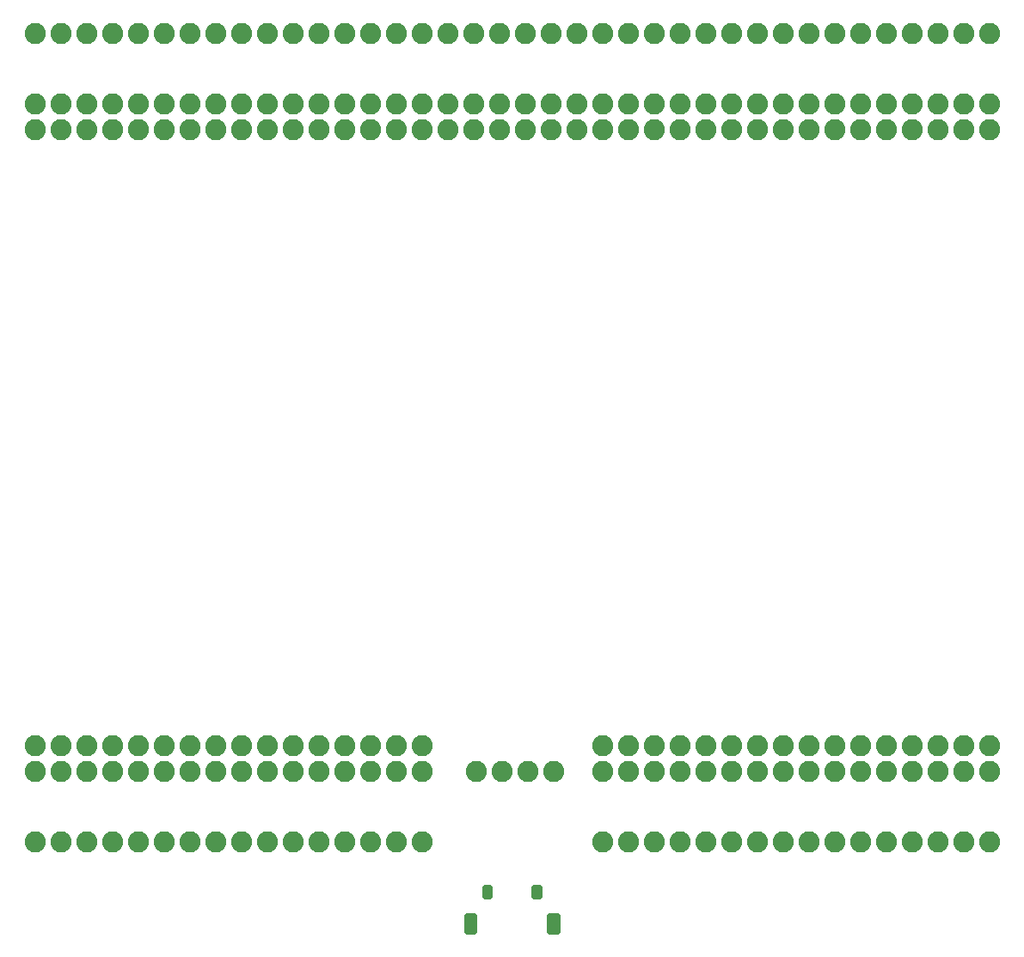
<source format=gbs>
G04 #@! TF.FileFunction,Soldermask,Bot*
%FSLAX46Y46*%
G04 Gerber Fmt 4.6, Leading zero omitted, Abs format (unit mm)*
G04 Created by KiCad (PCBNEW 0.201511251016+6329~38~ubuntu15.10.1-stable) date tis  1 dec 2015 15:17:35*
%MOMM*%
G01*
G04 APERTURE LIST*
%ADD10C,0.149860*%
%ADD11C,0.500000*%
%ADD12C,2.082800*%
G04 APERTURE END LIST*
D10*
D11*
G36*
X73505000Y-121321250D02*
X73505000Y-120361250D01*
X74045000Y-120361250D01*
X74045000Y-121321250D01*
X73505000Y-121321250D01*
G37*
X73505000Y-121321250D02*
X73505000Y-120361250D01*
X74045000Y-120361250D01*
X74045000Y-121321250D01*
X73505000Y-121321250D01*
G36*
X71700000Y-124721250D02*
X71700000Y-123121250D01*
X72500000Y-123121250D01*
X72500000Y-124721250D01*
X71700000Y-124721250D01*
G37*
X71700000Y-124721250D02*
X71700000Y-123121250D01*
X72500000Y-123121250D01*
X72500000Y-124721250D01*
X71700000Y-124721250D01*
G36*
X78895000Y-121321250D02*
X78895000Y-120361250D01*
X78355000Y-120361250D01*
X78355000Y-121321250D01*
X78895000Y-121321250D01*
G37*
X78895000Y-121321250D02*
X78895000Y-120361250D01*
X78355000Y-120361250D01*
X78355000Y-121321250D01*
X78895000Y-121321250D01*
G36*
X80700000Y-124721250D02*
X80700000Y-123121250D01*
X79900000Y-123121250D01*
X79900000Y-124721250D01*
X80700000Y-124721250D01*
G37*
X80700000Y-124721250D02*
X80700000Y-123121250D01*
X79900000Y-123121250D01*
X79900000Y-124721250D01*
X80700000Y-124721250D01*
D12*
X67310000Y-108902500D03*
X67310000Y-106362500D03*
X64770000Y-108902500D03*
X64770000Y-106362500D03*
X62230000Y-108902500D03*
X62230000Y-106362500D03*
X59690000Y-108902500D03*
X59690000Y-106362500D03*
X57150000Y-108902500D03*
X57150000Y-106362500D03*
X54610000Y-108902500D03*
X54610000Y-106362500D03*
X52070000Y-108902500D03*
X52070000Y-106362500D03*
X49530000Y-108902500D03*
X49530000Y-106362500D03*
X46990000Y-108902500D03*
X46990000Y-106362500D03*
X44450000Y-108902500D03*
X44450000Y-106362500D03*
X41910000Y-108902500D03*
X41910000Y-106362500D03*
X39370000Y-108902500D03*
X39370000Y-106362500D03*
X36830000Y-108902500D03*
X36830000Y-106362500D03*
X34290000Y-108902500D03*
X34290000Y-106362500D03*
X31750000Y-108902500D03*
X31750000Y-106362500D03*
X29210000Y-108902500D03*
X29210000Y-106362500D03*
X67310000Y-115887500D03*
X64770000Y-115887500D03*
X62230000Y-115887500D03*
X59690000Y-115887500D03*
X57150000Y-115887500D03*
X54610000Y-115887500D03*
X52070000Y-115887500D03*
X49530000Y-115887500D03*
X46990000Y-115887500D03*
X44450000Y-115887500D03*
X41910000Y-115887500D03*
X39370000Y-115887500D03*
X36830000Y-115887500D03*
X34290000Y-115887500D03*
X31750000Y-115887500D03*
X29210000Y-115887500D03*
X85090000Y-43180000D03*
X85090000Y-45720000D03*
X87630000Y-43180000D03*
X87630000Y-45720000D03*
X90170000Y-43180000D03*
X90170000Y-45720000D03*
X92710000Y-43180000D03*
X92710000Y-45720000D03*
X95250000Y-43180000D03*
X95250000Y-45720000D03*
X97790000Y-43180000D03*
X97790000Y-45720000D03*
X100330000Y-43180000D03*
X100330000Y-45720000D03*
X102870000Y-43180000D03*
X102870000Y-45720000D03*
X105410000Y-43180000D03*
X105410000Y-45720000D03*
X107950000Y-43180000D03*
X107950000Y-45720000D03*
X110490000Y-43180000D03*
X110490000Y-45720000D03*
X113030000Y-43180000D03*
X113030000Y-45720000D03*
X115570000Y-43180000D03*
X115570000Y-45720000D03*
X118110000Y-43180000D03*
X118110000Y-45720000D03*
X120650000Y-43180000D03*
X120650000Y-45720000D03*
X123190000Y-43180000D03*
X123190000Y-45720000D03*
X85090000Y-36195000D03*
X87630000Y-36195000D03*
X90170000Y-36195000D03*
X92710000Y-36195000D03*
X95250000Y-36195000D03*
X97790000Y-36195000D03*
X100330000Y-36195000D03*
X102870000Y-36195000D03*
X105410000Y-36195000D03*
X107950000Y-36195000D03*
X110490000Y-36195000D03*
X113030000Y-36195000D03*
X115570000Y-36195000D03*
X118110000Y-36195000D03*
X120650000Y-36195000D03*
X123190000Y-36195000D03*
X123190000Y-108902500D03*
X123190000Y-106362500D03*
X120650000Y-108902500D03*
X120650000Y-106362500D03*
X118110000Y-108902500D03*
X118110000Y-106362500D03*
X115570000Y-108902500D03*
X115570000Y-106362500D03*
X113030000Y-108902500D03*
X113030000Y-106362500D03*
X110490000Y-108902500D03*
X110490000Y-106362500D03*
X107950000Y-108902500D03*
X107950000Y-106362500D03*
X105410000Y-108902500D03*
X105410000Y-106362500D03*
X102870000Y-108902500D03*
X102870000Y-106362500D03*
X100330000Y-108902500D03*
X100330000Y-106362500D03*
X97790000Y-108902500D03*
X97790000Y-106362500D03*
X95250000Y-108902500D03*
X95250000Y-106362500D03*
X92710000Y-108902500D03*
X92710000Y-106362500D03*
X90170000Y-108902500D03*
X90170000Y-106362500D03*
X87630000Y-108902500D03*
X87630000Y-106362500D03*
X85090000Y-108902500D03*
X85090000Y-106362500D03*
X123190000Y-115887500D03*
X120650000Y-115887500D03*
X118110000Y-115887500D03*
X115570000Y-115887500D03*
X113030000Y-115887500D03*
X110490000Y-115887500D03*
X107950000Y-115887500D03*
X105410000Y-115887500D03*
X102870000Y-115887500D03*
X100330000Y-115887500D03*
X97790000Y-115887500D03*
X95250000Y-115887500D03*
X92710000Y-115887500D03*
X90170000Y-115887500D03*
X87630000Y-115887500D03*
X85090000Y-115887500D03*
X29210000Y-43180000D03*
X29210000Y-45720000D03*
X31750000Y-43180000D03*
X31750000Y-45720000D03*
X34290000Y-43180000D03*
X34290000Y-45720000D03*
X36830000Y-43180000D03*
X36830000Y-45720000D03*
X39370000Y-43180000D03*
X39370000Y-45720000D03*
X41910000Y-43180000D03*
X41910000Y-45720000D03*
X44450000Y-43180000D03*
X44450000Y-45720000D03*
X46990000Y-43180000D03*
X46990000Y-45720000D03*
X49530000Y-43180000D03*
X49530000Y-45720000D03*
X52070000Y-43180000D03*
X52070000Y-45720000D03*
X54610000Y-43180000D03*
X54610000Y-45720000D03*
X57150000Y-43180000D03*
X57150000Y-45720000D03*
X59690000Y-43180000D03*
X59690000Y-45720000D03*
X62230000Y-43180000D03*
X62230000Y-45720000D03*
X64770000Y-43180000D03*
X64770000Y-45720000D03*
X67310000Y-43180000D03*
X67310000Y-45720000D03*
X29210000Y-36195000D03*
X31750000Y-36195000D03*
X34290000Y-36195000D03*
X36830000Y-36195000D03*
X39370000Y-36195000D03*
X41910000Y-36195000D03*
X44450000Y-36195000D03*
X46990000Y-36195000D03*
X49530000Y-36195000D03*
X52070000Y-36195000D03*
X54610000Y-36195000D03*
X57150000Y-36195000D03*
X59690000Y-36195000D03*
X62230000Y-36195000D03*
X64770000Y-36195000D03*
X67310000Y-36195000D03*
X69850000Y-43180000D03*
X69850000Y-45720000D03*
X72390000Y-43180000D03*
X72390000Y-45720000D03*
X74930000Y-43180000D03*
X74930000Y-45720000D03*
X77470000Y-43180000D03*
X77470000Y-45720000D03*
X80010000Y-43180000D03*
X80010000Y-45720000D03*
X82550000Y-43180000D03*
X82550000Y-45720000D03*
X69850000Y-36225000D03*
X72390000Y-36225000D03*
X74930000Y-36225000D03*
X77470000Y-36225000D03*
X80010000Y-36225000D03*
X82550000Y-36225000D03*
X80327500Y-108902500D03*
X77787500Y-108902500D03*
X75247500Y-108902500D03*
X72707500Y-108902500D03*
M02*

</source>
